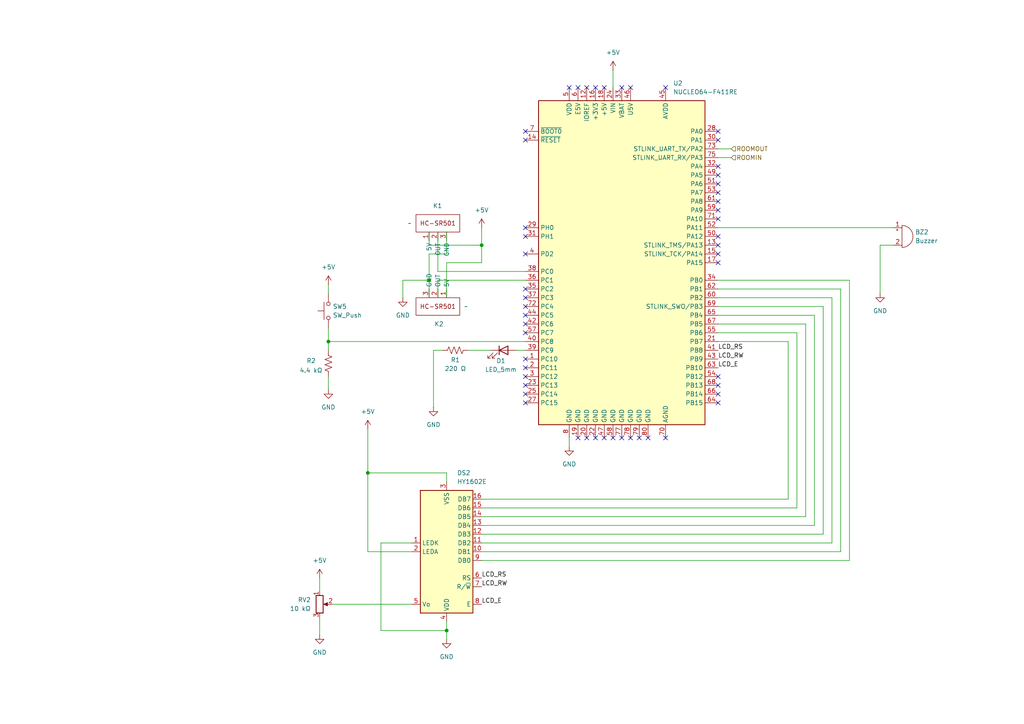
<source format=kicad_sch>
(kicad_sch (version 20231120) (generator "eeschema") (generator_version "8.0")
  (paper "A4")
  (title_block (title "Room Module") (date "2024-10-28") (rev "3") (company "ECE 198, Section 3, Group 38"))
  (lib_symbols
    (symbol "Device:Buzzer" (pin_names (offset 0.0254) hide)
      (property "Reference" "BZ" (at 3.81 1.27 0))
      (property "Value" "Buzzer" (at 3.81 -1.27 0))
      (symbol "Buzzer_0_1"
        (arc (start 0 -3.175) (mid 3.1612 0) (end 0 3.175))
        (polyline (pts (xy -1.651 1.905) (xy -1.143 1.905)))
        (polyline (pts (xy -1.397 2.159) (xy -1.397 1.651)))
        (polyline (pts (xy 0 3.175) (xy 0 -3.175)))
      )
      (symbol "Buzzer_1_1"
        (pin passive line (at -2.54 2.54 0) (length 2.54) (name "+") (number "1"))
        (pin passive line (at -2.54 -2.54 0) (length 2.54) (name "-") (number "2"))
      )
    )
    (symbol "Device:LED" (pin_numbers hide) (pin_names (offset 1.016) hide)
      (property "Reference" "D" (at 0 2.54 0))
      (property "Value" "LED" (at 0 -2.54 0))
      (symbol "LED_0_1"
        (polyline (pts (xy -1.27 -1.27) (xy -1.27 1.27)) (stroke (width 0.254)))
        (polyline (pts (xy -1.27 0) (xy 1.27 0)))
        (polyline (pts (xy 1.27 -1.27) (xy 1.27 1.27) (xy -1.27 0) (xy 1.27 -1.27)) (stroke (width 0.254)))
        (polyline (pts (xy -3.048 -0.762) (xy -4.572 -2.286) (xy -3.81 -2.286) (xy -4.572 -2.286) (xy -4.572 -1.524)))
        (polyline (pts (xy -1.778 -0.762) (xy -3.302 -2.286) (xy -2.54 -2.286) (xy -3.302 -2.286) (xy -3.302 -1.524)))
      )
      (symbol "LED_1_1"
        (pin passive line (at -3.81 0 0) (length 2.54) (name "K") (number "1"))
        (pin passive line (at 3.81 0 180) (length 2.54) (name "A") (number "2"))
      )
    )
    (symbol "Device:R_Potentiometer" (pin_names (offset 1.016) hide)
      (property "Reference" "RV" (at -4.445 0 90))
      (property "Value" "R_Potentiometer" (at -2.54 0 90))
      (symbol "R_Potentiometer_0_1"
        (polyline (pts (xy 2.54 0) (xy 1.524 0)))
        (polyline (pts (xy 1.143 0) (xy 2.286 0.508) (xy 2.286 -0.508) (xy 1.143 0)) (fill (type outline)))
        (rectangle (start 1.016 2.54) (end -1.016 -2.54) (stroke (width 0.254)))
      )
      (symbol "R_Potentiometer_1_1"
        (pin passive line (at 0 3.81 270) (length 1.27) (name "1") (number "1"))
        (pin passive line (at 3.81 0 180) (length 1.27) (name "2") (number "2"))
        (pin passive line (at 0 -3.81 90) (length 1.27) (name "3") (number "3"))
      )
    )
    (symbol "Device:R_US" (pin_numbers hide) (pin_names (offset 0))
      (property "Reference" "R" (at 2.54 0 90))
      (property "Value" "R_US" (at -2.54 0 90))
      (symbol "R_US_0_1"
        (polyline (pts (xy 0 -2.286) (xy 0 -2.54)))
        (polyline (pts (xy 0 2.286) (xy 0 2.54)))
        (polyline (pts (xy 0 -0.762) (xy 1.016 -1.143) (xy 0 -1.524) (xy -1.016 -1.905) (xy 0 -2.286)))
        (polyline (pts (xy 0 0.762) (xy 1.016 0.381) (xy 0 0) (xy -1.016 -0.381) (xy 0 -0.762)))
        (polyline (pts (xy 0 2.286) (xy 1.016 1.905) (xy 0 1.524) (xy -1.016 1.143) (xy 0 0.762)))
      )
      (symbol "R_US_1_1"
        (pin passive line (at 0 3.81 270) (length 1.27) (name "~") (number "1"))
        (pin passive line (at 0 -3.81 90) (length 1.27) (name "~") (number "2"))
      )
    )
    (symbol "Display_Character:HY1602E"
      (property "Reference" "DS" (at -6.096 19.05 0))
      (property "Value" "HY1602E" (at 5.08 19.05 0))
      (symbol "HY1602E_0_1"
        (rectangle (start -7.62 17.78) (end 7.62 -17.78) (stroke (width 0.254)) (fill (type background)))
      )
      (symbol "HY1602E_1_1"
        (pin passive line (at 10.16 -2.54 180) (length 2.54) (name "LEDK") (number "1"))
        (pin bidirectional line (at -10.16 0 0) (length 2.54) (name "DB1") (number "10"))
        (pin bidirectional line (at -10.16 -2.54 0) (length 2.54) (name "DB2") (number "11"))
        (pin bidirectional line (at -10.16 -5.08 0) (length 2.54) (name "DB3") (number "12"))
        (pin bidirectional line (at -10.16 -7.62 0) (length 2.54) (name "DB4") (number "13"))
        (pin bidirectional line (at -10.16 -10.16 0) (length 2.54) (name "DB5") (number "14"))
        (pin bidirectional line (at -10.16 -12.7 0) (length 2.54) (name "DB6") (number "15"))
        (pin bidirectional line (at -10.16 -15.24 0) (length 2.54) (name "DB7") (number "16"))
        (pin passive line (at 10.16 0 180) (length 2.54) (name "LEDA") (number "2"))
        (pin power_in line (at 0 -20.32 90) (length 2.54) (name "VSS") (number "3"))
        (pin power_in line (at 0 20.32 270) (length 2.54) (name "VDD") (number "4"))
        (pin input line (at 10.16 15.24 180) (length 2.54) (name "Vo") (number "5"))
        (pin input line (at -10.16 7.62 0) (length 2.54) (name "RS") (number "6"))
        (pin input line (at -10.16 10.16 0) (length 2.54) (name "R/~{W}") (number "7"))
        (pin input line (at -10.16 15.24 0) (length 2.54) (name "E") (number "8"))
        (pin bidirectional line (at -10.16 2.54 0) (length 2.54) (name "DB0") (number "9"))
      )
    )
    (symbol "MCU_Module:NUCLEO64-F411RE"
      (property "Reference" "U" (at -17.78 50.165 0))
      (property "Value" "NUCLEO64-F411RE" (at -17.78 48.26 0))
      (symbol "NUCLEO64-F411RE_0_1"
        (rectangle (start -24.13 -46.99) (end 24.13 46.99) (stroke (width 0.254)) (fill (type background)))
      )
      (symbol "NUCLEO64-F411RE_1_1"
        (pin bidirectional line (at -27.94 -27.94 0) (length 3.81) (name "PC10") (number "1"))
        (pin no_connect line (at -24.13 20.32 0) (length 3.81) hide (name "NC") (number "10"))
        (pin no_connect line (at -24.13 15.24 0) (length 3.81) hide (name "NC") (number "11"))
        (pin power_in line (at -10.16 50.8 270) (length 3.81) (name "IOREF") (number "12"))
        (pin bidirectional line (at 27.94 5.08 180) (length 3.81) (name "STLINK_TMS/PA13") (number "13"))
        (pin input line (at -27.94 35.56 0) (length 3.81) (name "~{RESET}") (number "14"))
        (pin bidirectional line (at 27.94 2.54 180) (length 3.81) (name "STLINK_TCK/PA14") (number "15"))
        (pin power_in line (at -7.62 50.8 270) (length 3.81) (name "+3V3") (number "16"))
        (pin bidirectional line (at 27.94 0 180) (length 3.81) (name "PA15") (number "17"))
        (pin power_in line (at -5.08 50.8 270) (length 3.81) (name "+5V") (number "18"))
        (pin power_in line (at -12.7 -50.8 90) (length 3.81) (name "GND") (number "19"))
        (pin bidirectional line (at -27.94 -30.48 0) (length 3.81) (name "PC11") (number "2"))
        (pin power_in line (at -10.16 -50.8 90) (length 3.81) (name "GND") (number "20"))
        (pin bidirectional line (at 27.94 -22.86 180) (length 3.81) (name "PB7") (number "21"))
        (pin power_in line (at -7.62 -50.8 90) (length 3.81) (name "GND") (number "22"))
        (pin bidirectional line (at -27.94 -35.56 0) (length 3.81) (name "PC13") (number "23"))
        (pin power_in line (at -2.54 50.8 270) (length 3.81) (name "VIN") (number "24"))
        (pin bidirectional line (at -27.94 -38.1 0) (length 3.81) (name "PC14") (number "25"))
        (pin no_connect line (at -24.13 22.86 0) (length 3.81) hide (name "NC") (number "26"))
        (pin bidirectional line (at -27.94 -40.64 0) (length 3.81) (name "PC15") (number "27"))
        (pin bidirectional line (at 27.94 38.1 180) (length 3.81) (name "PA0") (number "28"))
        (pin bidirectional line (at -27.94 10.16 0) (length 3.81) (name "PH0") (number "29"))
        (pin bidirectional line (at -27.94 -33.02 0) (length 3.81) (name "PC12") (number "3"))
        (pin bidirectional line (at 27.94 35.56 180) (length 3.81) (name "PA1") (number "30"))
        (pin bidirectional line (at -27.94 7.62 0) (length 3.81) (name "PH1") (number "31"))
        (pin bidirectional line (at 27.94 27.94 180) (length 3.81) (name "PA4") (number "32"))
        (pin power_in line (at 0 50.8 270) (length 3.81) (name "VBAT") (number "33"))
        (pin bidirectional line (at 27.94 -5.08 180) (length 3.81) (name "PB0") (number "34"))
        (pin bidirectional line (at -27.94 -7.62 0) (length 3.81) (name "PC2") (number "35"))
        (pin bidirectional line (at -27.94 -5.08 0) (length 3.81) (name "PC1") (number "36"))
        (pin bidirectional line (at -27.94 -10.16 0) (length 3.81) (name "PC3") (number "37"))
        (pin bidirectional line (at -27.94 -2.54 0) (length 3.81) (name "PC0") (number "38"))
        (pin bidirectional line (at -27.94 -25.4 0) (length 3.81) (name "PC9") (number "39"))
        (pin bidirectional line (at -27.94 2.54 0) (length 3.81) (name "PD2") (number "4"))
        (pin bidirectional line (at -27.94 -22.86 0) (length 3.81) (name "PC8") (number "40"))
        (pin bidirectional line (at 27.94 -25.4 180) (length 3.81) (name "PB8") (number "41"))
        (pin bidirectional line (at -27.94 -17.78 0) (length 3.81) (name "PC6") (number "42"))
        (pin bidirectional line (at 27.94 -27.94 180) (length 3.81) (name "PB9") (number "43"))
        (pin bidirectional line (at -27.94 -15.24 0) (length 3.81) (name "PC5") (number "44"))
        (pin power_in line (at 12.7 50.8 270) (length 3.81) (name "AVDD") (number "45"))
        (pin power_in line (at 2.54 50.8 270) (length 3.81) (name "U5V") (number "46"))
        (pin power_in line (at -5.08 -50.8 90) (length 3.81) (name "GND") (number "47"))
        (pin no_connect line (at -24.13 25.4 0) (length 3.81) hide (name "NC") (number "48"))
        (pin bidirectional line (at 27.94 25.4 180) (length 3.81) (name "PA5") (number "49"))
        (pin power_in line (at -15.24 50.8 270) (length 3.81) (name "VDD") (number "5"))
        (pin bidirectional line (at 27.94 7.62 180) (length 3.81) (name "PA12") (number "50"))
        (pin bidirectional line (at 27.94 22.86 180) (length 3.81) (name "PA6") (number "51"))
        (pin bidirectional line (at 27.94 10.16 180) (length 3.81) (name "PA11") (number "52"))
        (pin bidirectional line (at 27.94 20.32 180) (length 3.81) (name "PA7") (number "53"))
        (pin bidirectional line (at 27.94 -33.02 180) (length 3.81) (name "PB12") (number "54"))
        (pin bidirectional line (at 27.94 -20.32 180) (length 3.81) (name "PB6") (number "55"))
        (pin no_connect line (at -24.13 33.02 0) (length 3.81) hide (name "NC") (number "56"))
        (pin bidirectional line (at -27.94 -20.32 0) (length 3.81) (name "PC7") (number "57"))
        (pin power_in line (at -2.54 -50.8 90) (length 3.81) (name "GND") (number "58"))
        (pin bidirectional line (at 27.94 15.24 180) (length 3.81) (name "PA9") (number "59"))
        (pin power_in line (at -12.7 50.8 270) (length 3.81) (name "E5V") (number "6"))
        (pin bidirectional line (at 27.94 -10.16 180) (length 3.81) (name "PB2") (number "60"))
        (pin bidirectional line (at 27.94 17.78 180) (length 3.81) (name "PA8") (number "61"))
        (pin bidirectional line (at 27.94 -7.62 180) (length 3.81) (name "PB1") (number "62"))
        (pin bidirectional line (at 27.94 -30.48 180) (length 3.81) (name "PB10") (number "63"))
        (pin bidirectional line (at 27.94 -40.64 180) (length 3.81) (name "PB15") (number "64"))
        (pin bidirectional line (at 27.94 -15.24 180) (length 3.81) (name "PB4") (number "65"))
        (pin bidirectional line (at 27.94 -38.1 180) (length 3.81) (name "PB14") (number "66"))
        (pin bidirectional line (at 27.94 -17.78 180) (length 3.81) (name "PB5") (number "67"))
        (pin bidirectional line (at 27.94 -35.56 180) (length 3.81) (name "PB13") (number "68"))
        (pin bidirectional line (at 27.94 -12.7 180) (length 3.81) (name "STLINK_SWO/PB3") (number "69"))
        (pin input line (at -27.94 38.1 0) (length 3.81) (name "~{BOOT0}") (number "7"))
        (pin power_in line (at 12.7 -50.8 90) (length 3.81) (name "AGND") (number "70"))
        (pin bidirectional line (at 27.94 12.7 180) (length 3.81) (name "PA10") (number "71"))
        (pin bidirectional line (at -27.94 -12.7 0) (length 3.81) (name "PC4") (number "72"))
        (pin bidirectional line (at 27.94 33.02 180) (length 3.81) (name "STLINK_UART_TX/PA2") (number "73"))
        (pin no_connect line (at -24.13 30.48 0) (length 3.81) hide (name "NC") (number "74"))
        (pin bidirectional line (at 27.94 30.48 180) (length 3.81) (name "STLINK_UART_RX/PA3") (number "75"))
        (pin no_connect line (at -24.13 27.94 0) (length 3.81) hide (name "NC") (number "76"))
        (pin power_in line (at 0 -50.8 90) (length 3.81) (name "GND") (number "77"))
        (pin power_in line (at 2.54 -50.8 90) (length 3.81) (name "GND") (number "78"))
        (pin power_in line (at 5.08 -50.8 90) (length 3.81) (name "GND") (number "79"))
        (pin power_in line (at -15.24 -50.8 90) (length 3.81) (name "GND") (number "8"))
        (pin power_in line (at 7.62 -50.8 90) (length 3.81) (name "GND") (number "80"))
        (pin no_connect line (at -24.13 17.78 0) (length 3.81) hide (name "NC") (number "9"))
      )
    )
    (symbol "More_Sensors:HC-SR501"
      (property "Reference" "K" (at 0 7.62 0))
      (symbol "HC-SR501_0_1"
        (rectangle (start -6.35 0) (end 6.35 -5.08))
      )
      (symbol "HC-SR501_1_1"
        (text "HC-SR501" (at 0 -2.54 0) (effects (font (size 1.27 1.27))))
        (pin power_in line (at -2.54 -5.08 270) (length 2.54) (name "5V") (number "1"))
        (pin output line (at 0 -5.08 270) (length 2.54) (name "OUT") (number "2"))
        (pin power_in line (at 2.54 -5.08 270) (length 2.54) (name "GND") (number "3"))
      )
    )
    (symbol "Switch:SW_Push" (pin_numbers hide) (pin_names (offset 1.016) hide)
      (property "Reference" "SW" (at 1.27 2.54 0))
      (property "Value" "SW_Push" (at 0 -1.524 0))
      (symbol "SW_Push_0_1"
        (circle (center -2.032 0) (radius 0.508))
        (polyline (pts (xy 0 1.27) (xy 0 3.048)))
        (polyline (pts (xy 2.54 1.27) (xy -2.54 1.27)))
        (circle (center 2.032 0) (radius 0.508))
        (pin passive line (at -5.08 0 0) (length 2.54) (name "1") (number "1"))
        (pin passive line (at 5.08 0 180) (length 2.54) (name "2") (number "2"))
      )
    )
    (symbol "power:+5V" (power) (pin_numbers hide) (pin_names (offset 0) hide)
      (property "Value" "+5V" (at 0 3.556 0))
      (symbol "+5V_0_1"
        (polyline (pts (xy -0.762 1.27) (xy 0 2.54)))
        (polyline (pts (xy 0 0) (xy 0 2.54)))
        (polyline (pts (xy 0 2.54) (xy 0.762 1.27)))
      )
      (symbol "+5V_1_1"
        (pin power_in line (at 0 0 90) (length 0) (name "~") (number "1"))
      )
    )
    (symbol "power:GND" (power) (pin_numbers hide) (pin_names (offset 0) hide)
      (property "Value" "GND" (at 0 -3.81 0))
      (symbol "GND_0_1"
        (polyline (pts (xy 0 0) (xy 0 -1.27) (xy 1.27 -1.27) (xy 0 -2.54) (xy -1.27 -1.27) (xy 0 -1.27)))
      )
      (symbol "GND_1_1"
        (pin power_in line (at 0 0 270) (length 0) (name "~") (number "1"))
      )
    )
  )
  (junction (at 139.7 71.12))
  (junction (at 124.46 81.28))
  (junction (at 129.54 182.88))
  (junction (at 95.25 99.06))
  (junction (at 106.68 137.16))
  (no_connect (at 152.4 40.64))
  (no_connect (at 208.28 76.2))
  (no_connect (at 182.88 127))
  (no_connect (at 152.4 88.9))
  (no_connect (at 170.18 127))
  (no_connect (at 152.4 38.1))
  (no_connect (at 182.88 25.4))
  (no_connect (at 208.28 68.58))
  (no_connect (at 152.4 93.98))
  (no_connect (at 167.64 25.4))
  (no_connect (at 208.28 50.8))
  (no_connect (at 152.4 104.14))
  (no_connect (at 175.26 127))
  (no_connect (at 208.28 71.12))
  (no_connect (at 208.28 60.96))
  (no_connect (at 152.4 86.36))
  (no_connect (at 152.4 111.76))
  (no_connect (at 172.72 127))
  (no_connect (at 165.1 25.4))
  (no_connect (at 208.28 58.42))
  (no_connect (at 172.72 25.4))
  (no_connect (at 208.28 73.66))
  (no_connect (at 208.28 40.64))
  (no_connect (at 152.4 114.3))
  (no_connect (at 185.42 127))
  (no_connect (at 175.26 25.4))
  (no_connect (at 152.4 109.22))
  (no_connect (at 152.4 83.82))
  (no_connect (at 208.28 116.84))
  (no_connect (at 208.28 53.34))
  (no_connect (at 152.4 68.58))
  (no_connect (at 152.4 116.84))
  (no_connect (at 152.4 106.68))
  (no_connect (at 177.8 127))
  (no_connect (at 180.34 25.4))
  (no_connect (at 208.28 38.1))
  (no_connect (at 170.18 25.4))
  (no_connect (at 152.4 73.66))
  (no_connect (at 208.28 111.76))
  (no_connect (at 193.04 25.4))
  (no_connect (at 208.28 114.3))
  (no_connect (at 180.34 127))
  (no_connect (at 208.28 48.26))
  (no_connect (at 152.4 96.52))
  (no_connect (at 187.96 127))
  (no_connect (at 152.4 91.44))
  (no_connect (at 208.28 109.22))
  (no_connect (at 208.28 63.5))
  (no_connect (at 152.4 66.04))
  (no_connect (at 208.28 55.88))
  (no_connect (at 167.64 127))
  (no_connect (at 193.04 127))
  (wire (pts (xy 125.73 101.6) (xy 125.73 118.11)))
  (wire (pts (xy 92.71 167.64) (xy 92.71 171.45)))
  (wire (pts (xy 129.54 67.31) (xy 129.54 73.66)))
  (wire (pts (xy 125.73 101.6) (xy 128.27 101.6)))
  (wire (pts (xy 127 86.36) (xy 127 81.28)))
  (wire (pts (xy 124.46 73.66) (xy 124.46 81.28)))
  (wire (pts (xy 139.7 162.56) (xy 246.38 162.56)))
  (wire (pts (xy 92.71 179.07) (xy 92.71 184.15)))
  (wire (pts (xy 95.25 82.55) (xy 95.25 85.09)))
  (wire (pts (xy 106.68 137.16) (xy 129.54 137.16)))
  (wire (pts (xy 129.54 73.66) (xy 124.46 73.66)))
  (wire (pts (xy 236.22 152.4) (xy 236.22 91.44)))
  (wire (pts (xy 238.76 154.94) (xy 238.76 88.9)))
  (wire (pts (xy 149.86 101.6) (xy 152.4 101.6)))
  (wire (pts (xy 139.7 154.94) (xy 238.76 154.94)))
  (wire (pts (xy 177.8 20.32) (xy 177.8 25.4)))
  (wire (pts (xy 208.28 81.28) (xy 246.38 81.28)))
  (wire (pts (xy 139.7 149.86) (xy 233.68 149.86)))
  (wire (pts (xy 139.7 71.12) (xy 124.46 71.12)))
  (wire (pts (xy 246.38 162.56) (xy 246.38 81.28)))
  (wire (pts (xy 129.54 182.88) (xy 129.54 185.42)))
  (wire (pts (xy 233.68 93.98) (xy 233.68 149.86)))
  (wire (pts (xy 95.25 99.06) (xy 95.25 101.6)))
  (wire (pts (xy 95.25 99.06) (xy 152.4 99.06)))
  (wire (pts (xy 129.54 76.2) (xy 139.7 76.2)))
  (wire (pts (xy 241.3 157.48) (xy 241.3 86.36)))
  (wire (pts (xy 208.28 86.36) (xy 241.3 86.36)))
  (wire (pts (xy 106.68 137.16) (xy 106.68 160.02)))
  (wire (pts (xy 139.7 144.78) (xy 228.6 144.78)))
  (wire (pts (xy 106.68 160.02) (xy 119.38 160.02)))
  (wire (pts (xy 127 81.28) (xy 152.4 81.28)))
  (wire (pts (xy 255.27 71.12) (xy 255.27 85.09)))
  (wire (pts (xy 96.52 175.26) (xy 119.38 175.26)))
  (wire (pts (xy 129.54 180.34) (xy 129.54 182.88)))
  (wire (pts (xy 116.84 86.36) (xy 116.84 81.28)))
  (wire (pts (xy 135.89 101.6) (xy 142.24 101.6)))
  (wire (pts (xy 95.25 95.25) (xy 95.25 99.06)))
  (wire (pts (xy 208.28 88.9) (xy 238.76 88.9)))
  (wire (pts (xy 152.4 78.74) (xy 127 78.74)))
  (wire (pts (xy 139.7 152.4) (xy 236.22 152.4)))
  (wire (pts (xy 127 78.74) (xy 127 67.31)))
  (wire (pts (xy 129.54 86.36) (xy 129.54 76.2)))
  (wire (pts (xy 139.7 160.02) (xy 243.84 160.02)))
  (wire (pts (xy 208.28 45.72) (xy 212.09 45.72)))
  (wire (pts (xy 228.6 99.06) (xy 228.6 144.78)))
  (wire (pts (xy 208.28 96.52) (xy 231.14 96.52)))
  (wire (pts (xy 208.28 99.06) (xy 228.6 99.06)))
  (wire (pts (xy 231.14 147.32) (xy 231.14 96.52)))
  (wire (pts (xy 208.28 66.04) (xy 259.08 66.04)))
  (wire (pts (xy 110.49 157.48) (xy 110.49 182.88)))
  (wire (pts (xy 208.28 91.44) (xy 236.22 91.44)))
  (wire (pts (xy 119.38 157.48) (xy 110.49 157.48)))
  (wire (pts (xy 208.28 93.98) (xy 233.68 93.98)))
  (wire (pts (xy 110.49 182.88) (xy 129.54 182.88)))
  (wire (pts (xy 243.84 160.02) (xy 243.84 83.82)))
  (wire (pts (xy 106.68 124.46) (xy 106.68 137.16)))
  (wire (pts (xy 139.7 157.48) (xy 241.3 157.48)))
  (wire (pts (xy 255.27 71.12) (xy 259.08 71.12)))
  (wire (pts (xy 116.84 81.28) (xy 124.46 81.28)))
  (wire (pts (xy 124.46 81.28) (xy 124.46 86.36)))
  (wire (pts (xy 139.7 66.04) (xy 139.7 71.12)))
  (wire (pts (xy 129.54 139.7) (xy 129.54 137.16)))
  (wire (pts (xy 139.7 71.12) (xy 139.7 76.2)))
  (wire (pts (xy 208.28 43.18) (xy 212.09 43.18)))
  (wire (pts (xy 124.46 71.12) (xy 124.46 67.31)))
  (wire (pts (xy 139.7 147.32) (xy 231.14 147.32)))
  (wire (pts (xy 95.25 109.22) (xy 95.25 113.03)))
  (wire (pts (xy 165.1 127) (xy 165.1 129.54)))
  (wire (pts (xy 208.28 83.82) (xy 243.84 83.82)))
  (label "LCD_RS" (at 208.28 101.6 0))
  (label "LCD_E" (at 139.7 175.26 0))
  (label "LCD_RS" (at 139.7 167.64 0))
  (label "LCD_E" (at 208.28 106.68 0))
  (label "LCD_RW" (at 208.28 104.14 0))
  (label "LCD_RW" (at 139.7 170.18 0))
  (hierarchical_label "ROOMOUT" (shape input) (at 212.09 43.18 0))
  (hierarchical_label "ROOMIN" (shape input) (at 212.09 45.72 0))
  (symbol (lib_id "power:+5V") (at 92.71 167.64 0) (unit 1)
    (property "Reference" "#PWR07" (effects (hide yes)))
    (property "Value" "+5V" (at 92.71 162.56 0))
    (property "Description" "Power symbol creates a global label with name \"+5V\"" (effects (hide yes)))
  )
  (symbol (lib_id "Device:R_US") (at 95.25 105.41 0) (unit 1)
    (property "Reference" "R2" (at 88.9 104.648 0) (effects (justify left)))
    (property "Value" "4.4 kΩ" (at 86.868 107.442 0) (effects (justify left)))
    (property "Datasheet" "https://www.vishay.com/docs/28766/mbxsma.pdf" (effects (hide yes)))
    (property "Description" "Resistor, US symbol" (effects (hide yes)))
  )
  (symbol (lib_id "power:GND") (at 116.84 86.36 0) (unit 1)
    (property "Reference" "#PWR05" (effects (hide yes)))
    (property "Value" "GND" (at 116.84 91.44 0))
    (property "Description" "Power symbol creates a global label with name \"GND\" , ground" (effects (hide yes)))
  )
  (symbol (lib_id "power:+5V") (at 139.7 66.04 0) (unit 1)
    (property "Reference" "#PWR06" (effects (hide yes)))
    (property "Value" "+5V" (at 139.7 60.96 0))
    (property "Description" "Power symbol creates a global label with name \"+5V\"" (effects (hide yes)))
  )
  (symbol (lib_id "power:GND") (at 129.54 185.42 0) (unit 1)
    (property "Reference" "#PWR01" (effects (hide yes)))
    (property "Value" "GND" (at 129.54 190.5 0))
    (property "Description" "Power symbol creates a global label with name \"GND\" , ground" (effects (hide yes)))
  )
  (symbol (lib_id "power:+5V") (at 95.25 82.55 0) (unit 1)
    (property "Reference" "#PWR013" (effects (hide yes)))
    (property "Value" "+5V" (at 95.25 77.47 0))
    (property "Description" "Power symbol creates a global label with name \"+5V\"" (effects (hide yes)))
  )
  (symbol (lib_id "Device:LED") (at 146.05 101.6 0) (unit 1)
    (property "Reference" "D1" (at 145.288 104.648 0))
    (property "Value" "LED_5mm" (at 145.288 107.188 0))
    (property "Datasheet" "https://www.vishay.com/docs/86335/tlhg542_tlhg642.pdf" (effects (hide yes)))
    (property "Description" "Light emitting diode" (effects (hide yes)))
  )
  (symbol (lib_id "power:+5V") (at 177.8 20.32 0) (unit 1)
    (property "Reference" "#PWR03" (effects (hide yes)))
    (property "Value" "+5V" (at 177.8 15.24 0))
    (property "Description" "Power symbol creates a global label with name \"+5V\"" (effects (hide yes)))
  )
  (symbol (lib_id "MCU_Module:NUCLEO64-F411RE") (at 180.34 76.2 0) (unit 1)
    (property "Reference" "U2" (at 195.2341 24.13 0) (effects (justify left)))
    (property "Value" "NUCLEO64-F411RE" (at 195.2341 26.67 0) (effects (justify left)))
    (property "Footprint" "Module:ST_Morpho_Connector_144_STLink" (effects (hide yes)))
    (property "Datasheet" "http://www.st.com/st-web-ui/static/active/en/resource/technical/document/data_brief/DM00105918.pdf" (effects (hide yes)))
    (property "Description" "Nucleo 64 Development Board with STM32F411RET6 MCU, 128kB RAM, 512KB FLASH" (effects (hide yes)))
  )
  (symbol (lib_id "Device:Buzzer") (at 261.62 68.58 0) (unit 1)
    (property "Reference" "BZ2" (at 265.43 67.3099 0) (effects (justify left)))
    (property "Value" "Buzzer" (at 265.43 69.8499 0) (effects (justify left)))
    (property "Datasheet" "https://www.mouser.ca/datasheet/2/1628/ceb_3550-3508310.pdf" (effects (hide yes)))
    (property "Description" "Buzzer, polarized" (effects (hide yes)))
  )
  (symbol (lib_id "Device:R_Potentiometer") (at 92.71 175.26 0) (unit 1)
    (property "Reference" "RV2" (at 90.17 173.9899 0) (effects (justify right)))
    (property "Value" "10 kΩ" (at 90.17 176.5299 0) (effects (justify right)))
    (property "Datasheet" "https://www.vishay.com/docs/28766/mbxsma.pdf" (effects (hide yes)))
    (property "Description" "Potentiometer" (effects (hide yes)))
  )
  (symbol (lib_id "power:GND") (at 165.1 129.54 0) (unit 1)
    (property "Reference" "#PWR04" (effects (hide yes)))
    (property "Value" "GND" (at 165.1 134.62 0))
    (property "Description" "Power symbol creates a global label with name \"GND\" , ground" (effects (hide yes)))
  )
  (symbol (lib_id "Switch:SW_Push") (at 95.25 90.17 90) (unit 1)
    (property "Reference" "SW5" (at 96.52 88.8999 90) (effects (justify right)))
    (property "Value" "SW_Push" (at 96.52 91.4399 90) (effects (justify right)))
    (property "Description" "Push button switch, generic, two pins" (effects (hide yes)))
  )
  (symbol (lib_id "power:GND") (at 95.25 113.03 0) (unit 1)
    (property "Reference" "#PWR012" (effects (hide yes)))
    (property "Value" "GND" (at 95.25 118.11 0))
    (property "Description" "Power symbol creates a global label with name \"GND\" , ground" (effects (hide yes)))
  )
  (symbol (lib_id "power:GND") (at 125.73 118.11 0) (unit 1)
    (property "Reference" "#PWR014" (effects (hide yes)))
    (property "Value" "GND" (at 125.73 123.19 0))
    (property "Description" "Power symbol creates a global label with name \"GND\" , ground" (effects (hide yes)))
  )
  (symbol (lib_id "More_Sensors:HC-SR501") (at 127 91.44 180) (unit 1)
    (property "Reference" "K2" (at 125.984 93.98 0) (effects (justify right)))
    (property "Value" "~" (at 134.62 88.9 0) (effects (justify right)))
    (property "Datasheet" "https://components101.com/sites/default/files/component_datasheet/HC%20SR501%20PIR%20Sensor%20Datasheet.pdf" (effects (hide yes)))
    (property "Description" "A nifty Passive Infrared Sensor" (effects (hide yes)))
  )
  (symbol (lib_id "Device:R_US") (at 132.08 101.6 270) (unit 1)
    (property "Reference" "R1" (at 132.08 104.394 90))
    (property "Value" "220 Ω" (at 132.08 106.934 90))
    (property "Datasheet" "https://www.vishay.com/docs/28766/mbxsma.pdf" (effects (hide yes)))
    (property "Description" "Resistor, US symbol" (effects (hide yes)))
  )
  (symbol (lib_id "More_Sensors:HC-SR501") (at 127 62.23 0) (unit 1)
    (property "Reference" "K1" (at 128.27 59.69 0) (effects (justify right)))
    (property "Value" "~" (at 119.38 64.77 0) (effects (justify right)))
    (property "Datasheet" "https://components101.com/sites/default/files/component_datasheet/HC%20SR501%20PIR%20Sensor%20Datasheet.pdf" (effects (hide yes)))
    (property "Description" "A nifty Passive Infrared Sensor" (effects (hide yes)))
  )
  (symbol (lib_id "power:GND") (at 255.27 85.09 0) (unit 1)
    (property "Reference" "#PWR010" (effects (hide yes)))
    (property "Value" "GND" (at 255.27 90.17 0))
    (property "Description" "Power symbol creates a global label with name \"GND\" , ground" (effects (hide yes)))
  )
  (symbol (lib_id "power:GND") (at 92.71 184.15 0) (unit 1)
    (property "Reference" "#PWR02" (effects (hide yes)))
    (property "Value" "GND" (at 92.71 189.23 0))
    (property "Description" "Power symbol creates a global label with name \"GND\" , ground" (effects (hide yes)))
  )
  (symbol (lib_id "power:+5V") (at 106.68 124.46 0) (unit 1)
    (property "Reference" "#PWR08" (effects (hide yes)))
    (property "Value" "+5V" (at 106.68 119.38 0))
    (property "Description" "Power symbol creates a global label with name \"+5V\"" (effects (hide yes)))
  )
  (symbol (lib_id "Display_Character:HY1602E") (at 129.54 160.02 180) (unit 1)
    (property "Reference" "DS2" (at 132.5565 137.16 0) (effects (justify right)))
    (property "Value" "HY1602E" (at 132.5565 139.7 0) (effects (justify right)))
    (property "Footprint" "Display:HY1602E" (effects (hide yes)))
    (property "Datasheet" "http://www.icbank.com/data/ICBShop/board/HY1602E.pdf" (effects (hide yes)))
    (property "Description" "LCD 16x2 Alphanumeric 16pin Blue/Yellow/Green Backlight, 8bit parallel, 5V VDD" (effects (hide yes)))
  )
)
</source>
